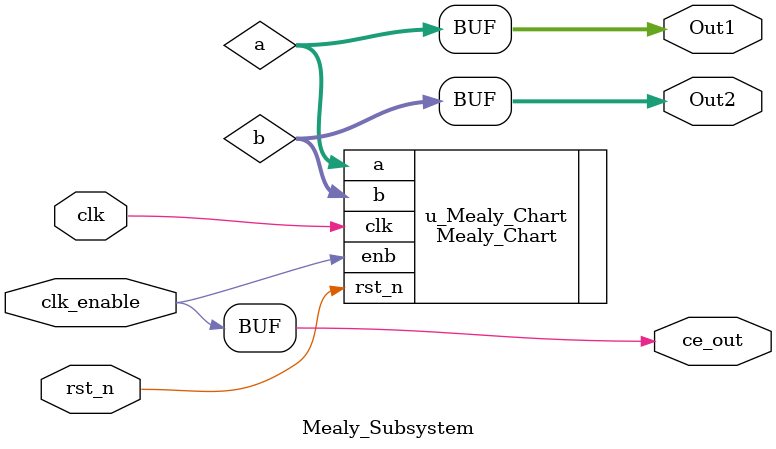
<source format=v>



`timescale 1 ns / 1 ns

module Mealy_Subsystem
          (
           clk,
           rst_n,
           clk_enable,
           ce_out,
           Out1,
           Out2
          );


  input   clk;
  input   rst_n;
  input   clk_enable;
  output  ce_out;
  output  [63:0] Out1;  // double
  output  [63:0] Out2;  // double


  wire [63:0] a;  // ufix64
  wire [63:0] b;  // ufix64


  Mealy_Chart   u_Mealy_Chart   (.clk(clk),
                                 .rst_n(rst_n),
                                 .enb(clk_enable),
                                 .a(a),  // double
                                 .b(b)  // double
                                 );

  assign ce_out = clk_enable;

  assign Out1 = a;

  assign Out2 = b;

endmodule  // Mealy_Subsystem


</source>
